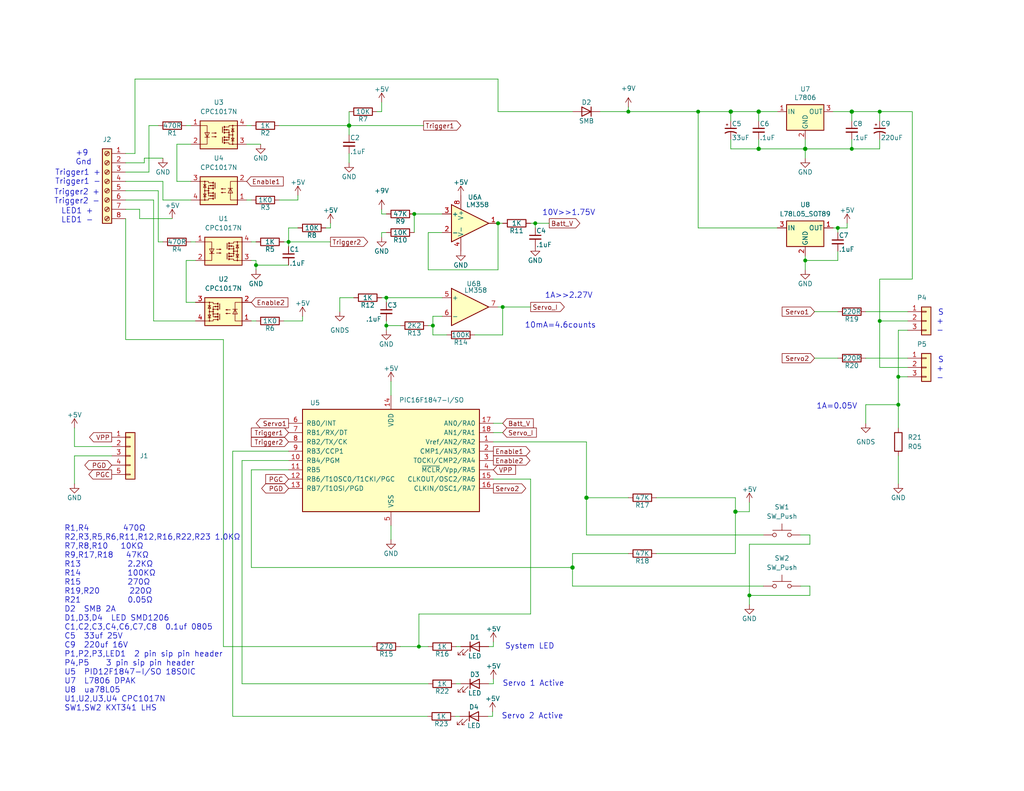
<source format=kicad_sch>
(kicad_sch (version 20250114) (generator "eeschema") (generator_version "9.0")
  (paper "A")
  (title_block (title "Rocket Servo 2") (date "2025-11-28") (rev "n/c") (company "DMFE") (comment 1 "Altimeter triggered servo (2 channel)"))
  (lib_symbols
    (symbol "Amplifier_Operational:LM358" (pin_names (offset 0.127))
      (property "Reference" "U" (at 0 5.08 0))
      (property "Value" "LM358" (at 0 -5.08 0))
      (symbol "LM358_1_1"
        (pin input line (at -7.62 2.54 0) (length 2.54) (name "+") (number "3"))
        (pin input line (at -7.62 -2.54 0) (length 2.54) (name "-") (number "2"))
        (pin output line (at 7.62 0 180) (length 2.54) (name "~") (number "1"))
      )
      (symbol "LM358_2_1"
        (pin input line (at -7.62 2.54 0) (length 2.54) (name "+") (number "5"))
        (pin input line (at -7.62 -2.54 0) (length 2.54) (name "-") (number "6"))
        (pin output line (at 7.62 0 180) (length 2.54) (name "~") (number "7"))
      )
      (symbol "LM358_3_1"
        (pin power_in line (at -2.54 7.62 270) (length 3.81) (name "V+") (number "8"))
        (pin power_in line (at -2.54 -7.62 90) (length 3.81) (name "V-") (number "4"))
      )
    )
    (symbol "Connector:Screw_Terminal_01x08" (pin_names (offset 1.016) (hide yes))
      (property "Reference" "J" (at 0 10.16 0))
      (property "Value" "Screw_Terminal_01x08" (at 0 -12.7 0))
      (symbol "Screw_Terminal_01x08_1_1"
        (pin passive line (at -5.08 7.62 0) (length 3.81) (name "Pin_1") (number "1"))
        (pin passive line (at -5.08 5.08 0) (length 3.81) (name "Pin_2") (number "2"))
        (pin passive line (at -5.08 2.54 0) (length 3.81) (name "Pin_3") (number "3"))
        (pin passive line (at -5.08 0 0) (length 3.81) (name "Pin_4") (number "4"))
        (pin passive line (at -5.08 -2.54 0) (length 3.81) (name "Pin_5") (number "5"))
        (pin passive line (at -5.08 -5.08 0) (length 3.81) (name "Pin_6") (number "6"))
        (pin passive line (at -5.08 -7.62 0) (length 3.81) (name "Pin_7") (number "7"))
        (pin passive line (at -5.08 -10.16 0) (length 3.81) (name "Pin_8") (number "8"))
      )
    )
    (symbol "Connector_Generic:Conn_01x03" (pin_names (offset 1.016) (hide yes))
      (property "Reference" "J" (at 0 5.08 0))
      (property "Value" "Conn_01x03" (at 0 -5.08 0))
      (symbol "Conn_01x03_1_1"
        (pin passive line (at -5.08 2.54 0) (length 3.81) (name "Pin_1") (number "1"))
        (pin passive line (at -5.08 0 0) (length 3.81) (name "Pin_2") (number "2"))
        (pin passive line (at -5.08 -2.54 0) (length 3.81) (name "Pin_3") (number "3"))
      )
    )
    (symbol "Connector_Generic:Conn_01x05" (pin_names (offset 1.016) (hide yes))
      (property "Reference" "J" (at 0 7.62 0))
      (property "Value" "Conn_01x05" (at 0 -7.62 0))
      (symbol "Conn_01x05_1_1"
        (pin passive line (at -5.08 5.08 0) (length 3.81) (name "Pin_1") (number "1"))
        (pin passive line (at -5.08 2.54 0) (length 3.81) (name "Pin_2") (number "2"))
        (pin passive line (at -5.08 0 0) (length 3.81) (name "Pin_3") (number "3"))
        (pin passive line (at -5.08 -2.54 0) (length 3.81) (name "Pin_4") (number "4"))
        (pin passive line (at -5.08 -5.08 0) (length 3.81) (name "Pin_5") (number "5"))
      )
    )
    (symbol "Device:CP1_Small" (pin_numbers (hide yes)) (pin_names (offset 0.254) (hide yes))
      (property "Reference" "C" (at 0.254 1.778 0))
      (property "Value" "CP1_Small" (at 0.254 -2.032 0))
      (symbol "CP1_Small_1_1"
        (pin passive line (at 0 2.54 270) (length 2.032) (name "~") (number "1"))
        (pin passive line (at 0 -2.54 90) (length 2.032) (name "~") (number "2"))
      )
    )
    (symbol "Device:C_Small" (pin_numbers (hide yes)) (pin_names (offset 0.254) (hide yes))
      (property "Reference" "C" (at 0.254 1.778 0))
      (property "Value" "C_Small" (at 0.254 -2.032 0))
      (symbol "C_Small_1_1"
        (pin passive line (at 0 2.54 270) (length 2.032) (name "~") (number "1"))
        (pin passive line (at 0 -2.54 90) (length 2.032) (name "~") (number "2"))
      )
    )
    (symbol "Device:D" (pin_numbers (hide yes)) (pin_names (offset 1.016) (hide yes))
      (property "Reference" "D" (at 0 2.54 0))
      (property "Value" "D" (at 0 -2.54 0))
      (symbol "D_1_1"
        (pin passive line (at -3.81 0 0) (length 2.54) (name "K") (number "1"))
        (pin passive line (at 3.81 0 180) (length 2.54) (name "A") (number "2"))
      )
    )
    (symbol "Device:LED" (pin_numbers (hide yes)) (pin_names (offset 1.016) (hide yes))
      (property "Reference" "D" (at 0 2.54 0))
      (property "Value" "LED" (at 0 -2.54 0))
      (symbol "LED_1_1"
        (pin passive line (at -3.81 0 0) (length 2.54) (name "K") (number "1"))
        (pin passive line (at 3.81 0 180) (length 2.54) (name "A") (number "2"))
      )
    )
    (symbol "Device:R" (pin_numbers (hide yes)) (pin_names (offset 0))
      (property "Reference" "R" (at 2.032 0 90))
      (property "Value" "R" (at 0 0 90))
      (symbol "R_1_1"
        (pin passive line (at 0 3.81 270) (length 1.27) (name "~") (number "1"))
        (pin passive line (at 0 -3.81 90) (length 1.27) (name "~") (number "2"))
      )
    )
    (symbol "MCU_Microchip_PIC16:PIC16F628A-IP" (pin_names (offset 1.016))
      (property "Reference" "U" (at -24.13 17.78 0))
      (property "Value" "PIC16F628A-IP" (at -24.13 15.24 0))
      (symbol "PIC16F628A-IP_1_1"
        (pin bidirectional line (at -27.94 10.16 0) (length 3.81) (name "RB0/INT") (number "6"))
        (pin bidirectional line (at -27.94 7.62 0) (length 3.81) (name "RB1/RX/DT") (number "7"))
        (pin bidirectional line (at -27.94 5.08 0) (length 3.81) (name "RB2/TX/CK") (number "8"))
        (pin bidirectional line (at -27.94 2.54 0) (length 3.81) (name "RB3/CCP1") (number "9"))
        (pin bidirectional line (at -27.94 0 0) (length 3.81) (name "RB4/PGM") (number "10"))
        (pin bidirectional line (at -27.94 -2.54 0) (length 3.81) (name "RB5") (number "11"))
        (pin bidirectional line (at -27.94 -5.08 0) (length 3.81) (name "RB6/T1OSC0/T1CKI/PGC") (number "12"))
        (pin bidirectional line (at -27.94 -7.62 0) (length 3.81) (name "RB7/T1OSI/PGD") (number "13"))
        (pin power_in line (at 0 17.78 270) (length 3.81) (name "VDD") (number "14"))
        (pin power_in line (at 0 -17.78 90) (length 3.81) (name "VSS") (number "5"))
        (pin bidirectional line (at 27.94 10.16 180) (length 3.81) (name "AN0/RA0") (number "17"))
        (pin bidirectional line (at 27.94 7.62 180) (length 3.81) (name "AN1/RA1") (number "18"))
        (pin bidirectional line (at 27.94 5.08 180) (length 3.81) (name "Vref/AN2/RA2") (number "1"))
        (pin bidirectional line (at 27.94 2.54 180) (length 3.81) (name "CMP1/AN3/RA3") (number "2"))
        (pin bidirectional line (at 27.94 0 180) (length 3.81) (name "TOCKI/CMP2/RA4") (number "3"))
        (pin input line (at 27.94 -2.54 180) (length 3.81) (name "~{MCLR}/Vpp/RA5") (number "4"))
        (pin bidirectional line (at 27.94 -5.08 180) (length 3.81) (name "CLKOUT/OSC2/RA6") (number "15"))
        (pin bidirectional line (at 27.94 -7.62 180) (length 3.81) (name "CLKIN/OSC1/RA7") (number "16"))
      )
    )
    (symbol "Regulator_Linear:L7805" (pin_names (offset 0.254))
      (property "Reference" "U" (at -3.81 3.175 0))
      (property "Value" "L7805" (at 0 3.175 0))
      (symbol "L7805_1_1"
        (pin power_in line (at -7.62 0 0) (length 2.54) (name "IN") (number "1"))
        (pin power_in line (at 0 -7.62 90) (length 2.54) (name "GND") (number "2"))
        (pin power_out line (at 7.62 0 180) (length 2.54) (name "OUT") (number "3"))
      )
    )
    (symbol "Regulator_Linear:L78L05_SOT89" (pin_names (offset 0.254))
      (property "Reference" "U" (at -3.81 3.175 0))
      (property "Value" "L78L05_SOT89" (at -0.635 3.175 0))
      (symbol "L78L05_SOT89_1_1"
        (pin power_in line (at -7.62 0 0) (length 2.54) (name "IN") (number "3"))
        (pin power_in line (at 0 -7.62 90) (length 2.54) (name "GND") (number "2"))
        (pin power_out line (at 7.62 0 180) (length 2.54) (name "OUT") (number "1"))
      )
    )
    (symbol "Relay_SolidState:CPC1017N"
      (property "Reference" "U" (at -5.08 5.08 0))
      (property "Value" "CPC1017N" (at 0 5.08 0))
      (symbol "CPC1017N_1_1"
        (pin passive line (at -7.62 2.54 0) (length 2.54) (name "~") (number "1"))
        (pin passive line (at -7.62 -2.54 0) (length 2.54) (name "~") (number "2"))
        (pin passive line (at 7.62 2.54 180) (length 2.54) (name "~") (number "4"))
        (pin passive line (at 7.62 -2.54 180) (length 2.54) (name "~") (number "3"))
      )
    )
    (symbol "Switch:SW_Push" (pin_numbers (hide yes)) (pin_names (offset 1.016) (hide yes))
      (property "Reference" "SW" (at 1.27 2.54 0))
      (property "Value" "SW_Push" (at 0 -1.524 0))
      (symbol "SW_Push_0_1"
        (pin passive line (at -5.08 0 0) (length 2.54) (name "1") (number "1"))
        (pin passive line (at 5.08 0 180) (length 2.54) (name "2") (number "2"))
      )
    )
    (symbol "power:+5V" (power) (pin_names (offset 0))
      (property "Value" "+5V" (at 0 3.556 0))
      (symbol "+5V_1_1"
        (pin power_in line (at 0 0 90) (length 0) (hide yes) (name "+5V") (number "1"))
      )
    )
    (symbol "power:+9V" (power) (pin_numbers (hide yes)) (pin_names (offset 0) (hide yes))
      (property "Value" "+9V" (at 0 3.556 0))
      (symbol "+9V_1_1"
        (pin power_in line (at 0 0 90) (length 0) (name "~") (number "1"))
      )
    )
    (symbol "power:GND" (power) (pin_names (offset 0))
      (property "Value" "GND" (at 0 -3.81 0))
      (symbol "GND_1_1"
        (pin power_in line (at 0 0 270) (length 0) (hide yes) (name "GND") (number "1"))
      )
    )
    (symbol "power:GNDS" (power) (pin_numbers (hide yes)) (pin_names (offset 0) (hide yes))
      (property "Value" "GNDS" (at 0 -3.81 0))
      (symbol "GNDS_1_1"
        (pin power_in line (at 0 0 270) (length 0) (name "~") (number "1"))
      )
    )
  )
  (text "+9\nGnd" (at 20.574 45.212 0) (effects (font (size 1.524 1.524)) (justify left bottom)))
  (text "R1,R4        470Ω\nR2,R3,R5,R6,R11,R12,R16,R22,R23 1.0KΩ\nR7,R8,R10   10KΩ\nR9,R17,R18   47KΩ\nR13           2.2KΩ\nR14           100KΩ\nR15           270Ω\nR19,R20       220Ω\nR21           0.05Ω\nD2  SMB 2A\nD1,D3,D4  LED SMD1206\nC1,C2,C3,C4,C6,C7,C8  0.1uf 0805\nC5  33uf 25V\nC9  220uf 16V\nP1,P2,P3,LED1  2 pin sip pin header\nP4,P5    3 pin sip pin header\nU5  PID12F1847-I/SO 18SOIC\nU7  L7806 DPAK\nU8  ua78L05\nU1,U2,U3,U4 CPC1017N \nSW1,SW2 KXT341 LHS\n" (at 17.526 194.31 0) (effects (font (size 1.524 1.524)) (justify left bottom)))
  (text "S\n+\n-" (at 257.556 104.14 0) (effects (font (size 1.524 1.524)) (justify right bottom)))
  (text "1A>>2.27V" (at 155.194 80.772 0) (effects (font (size 1.524 1.524))))
  (text "Servo 2 Active" (at 145.288 195.58 0) (effects (font (size 1.524 1.524))))
  (text "1A=0.05V" (at 228.346 110.998 0) (effects (font (size 1.524 1.524))))
  (text "10V>>1.75V" (at 155.194 58.166 0) (effects (font (size 1.524 1.524))))
  (text "S\n+\n-" (at 257.556 91.186 0) (effects (font (size 1.524 1.524)) (justify right bottom)))
  (text "LED1 +\nLED1 -" (at 21.082 58.928 0) (effects (font (size 1.524 1.524))))
  (text "Trigger1 +\nTrigger1 -" (at 14.986 50.546 0) (effects (font (size 1.524 1.524)) (justify left bottom)))
  (text "Servo 1 Active" (at 145.542 186.69 0) (effects (font (size 1.524 1.524))))
  (text "10mA=4.6counts" (at 152.908 88.9 0) (effects (font (size 1.524 1.524))))
  (text "System LED" (at 144.526 176.53 0) (effects (font (size 1.524 1.524))))
  (text "Trigger2 +\nTrigger2 -" (at 14.732 55.88 0) (effects (font (size 1.524 1.524)) (justify left bottom)))
  (junction (at 204.47 162.56))
  (junction (at 190.5 30.48))
  (junction (at 245.11 110.49))
  (junction (at 78.74 66.04))
  (junction (at 114.3 176.53))
  (junction (at 113.03 58.42))
  (junction (at 245.11 102.87))
  (junction (at 207.01 30.48) (diameter 1.016))
  (junction (at 160.02 135.89) (diameter 1.016))
  (junction (at 219.71 71.12))
  (junction (at 135.89 60.96))
  (junction (at 146.05 60.96))
  (junction (at 200.66 139.7) (diameter 1.016))
  (junction (at 232.41 30.48) (diameter 1.016))
  (junction (at 137.16 83.82))
  (junction (at 232.41 40.64))
  (junction (at 95.25 34.29) (diameter 1.016))
  (junction (at 118.11 88.9))
  (junction (at 240.03 30.48))
  (junction (at 199.39 30.48) (diameter 1.016))
  (junction (at 69.85 72.39))
  (junction (at 207.01 40.64) (diameter 1.016))
  (junction (at 219.71 40.64) (diameter 1.016))
  (junction (at 105.41 88.9))
  (junction (at 228.6 62.23))
  (junction (at 156.21 154.94) (diameter 1.016))
  (junction (at 240.03 87.63))
  (junction (at 171.45 30.48))
  (junction (at 105.41 81.28))
  (wire (pts (xy 36.83 41.91) (xy 34.29 41.91)))
  (wire (pts (xy 207.01 40.64) (xy 219.71 40.64)))
  (wire (pts (xy 68.58 66.04) (xy 69.85 66.04)))
  (wire (pts (xy 78.74 66.04) (xy 78.74 67.31)))
  (wire (pts (xy 78.74 66.04) (xy 90.17 66.04)))
  (wire (pts (xy 39.37 43.18) (xy 39.37 44.45)))
  (wire (pts (xy 179.07 151.13) (xy 200.66 151.13)))
  (wire (pts (xy 204.47 162.56) (xy 220.98 162.56)))
  (wire (pts (xy 76.2 34.29) (xy 95.25 34.29)))
  (wire (pts (xy 104.14 57.15) (xy 104.14 58.42)))
  (wire (pts (xy 222.25 85.09) (xy 228.6 85.09)))
  (wire (pts (xy 68.58 71.12) (xy 69.85 71.12)))
  (wire (pts (xy 104.14 63.5) (xy 105.41 63.5)))
  (wire (pts (xy 134.3964 195.58) (xy 134.3964 194.31)))
  (wire (pts (xy 50.8 82.55) (xy 50.8 71.12)))
  (wire (pts (xy 228.6 62.23) (xy 228.6 63.5)))
  (wire (pts (xy 220.98 146.05) (xy 218.44 146.05)))
  (wire (pts (xy 48.26 39.37) (xy 52.07 39.37)))
  (wire (pts (xy 40.64 46.99) (xy 34.29 46.99)))
  (wire (pts (xy 118.11 86.36) (xy 120.65 86.36)))
  (wire (pts (xy 124.2364 195.58) (xy 125.5064 195.58)))
  (wire (pts (xy 95.25 34.29) (xy 95.25 36.83)))
  (wire (pts (xy 38.1 59.69) (xy 38.1 57.15)))
  (wire (pts (xy 137.16 83.82) (xy 137.16 91.44)))
  (wire (pts (xy 52.07 54.61) (xy 44.45 54.61)))
  (wire (pts (xy 190.5 62.23) (xy 190.5 30.48)))
  (wire (pts (xy 116.84 73.66) (xy 135.89 73.66)))
  (wire (pts (xy 60.96 176.53) (xy 101.6 176.53)))
  (wire (pts (xy 20.32 121.92) (xy 20.32 116.84)))
  (wire (pts (xy 44.45 43.18) (xy 39.37 43.18)))
  (wire (pts (xy 245.11 102.87) (xy 245.11 110.49)))
  (wire (pts (xy 68.58 154.94) (xy 156.21 154.94)))
  (wire (pts (xy 78.74 128.27) (xy 68.58 128.27)))
  (wire (pts (xy 228.6 68.58) (xy 228.6 71.12)))
  (wire (pts (xy 124.46 186.69) (xy 125.73 186.69)))
  (wire (pts (xy 219.71 40.64) (xy 232.41 40.64)))
  (wire (pts (xy 60.96 92.71) (xy 34.29 92.71)))
  (wire (pts (xy 137.16 91.44) (xy 129.54 91.44)))
  (wire (pts (xy 171.45 30.48) (xy 190.5 30.48)))
  (wire (pts (xy 133.1264 195.58) (xy 134.3964 195.58)))
  (wire (pts (xy 236.22 115.57) (xy 236.22 110.49)))
  (wire (pts (xy 120.65 63.5) (xy 116.84 63.5)))
  (wire (pts (xy 204.47 148.59) (xy 220.98 148.59)))
  (wire (pts (xy 20.32 124.46) (xy 20.32 132.08)))
  (wire (pts (xy 222.25 97.79) (xy 228.6 97.79)))
  (wire (pts (xy 200.66 139.7) (xy 200.66 151.13)))
  (wire (pts (xy 66.04 186.69) (xy 66.04 125.73)))
  (wire (pts (xy 228.6 62.23) (xy 231.14 62.23)))
  (wire (pts (xy 104.14 30.48) (xy 102.87 30.48)))
  (wire (pts (xy 144.78 130.81) (xy 144.78 167.64)))
  (wire (pts (xy 160.02 135.89) (xy 160.02 146.05)))
  (wire (pts (xy 40.64 34.29) (xy 40.64 46.99)))
  (wire (pts (xy 77.47 87.63) (xy 82.55 87.63)))
  (wire (pts (xy 163.83 30.48) (xy 171.45 30.48)))
  (wire (pts (xy 232.41 33.02) (xy 232.41 30.48)))
  (wire (pts (xy 118.11 91.44) (xy 118.11 88.9)))
  (wire (pts (xy 232.41 30.48) (xy 240.03 30.48)))
  (wire (pts (xy 105.41 81.28) (xy 120.65 81.28)))
  (wire (pts (xy 204.47 139.7) (xy 204.47 137.16)))
  (wire (pts (xy 48.26 49.53) (xy 48.26 39.37)))
  (wire (pts (xy 240.03 100.33) (xy 247.65 100.33)))
  (wire (pts (xy 134.62 118.11) (xy 137.16 118.11)))
  (wire (pts (xy 118.11 88.9) (xy 118.11 86.36)))
  (wire (pts (xy 160.02 120.65) (xy 160.02 135.89)))
  (wire (pts (xy 114.3 176.53) (xy 116.84 176.53)))
  (wire (pts (xy 115.57 34.29) (xy 95.25 34.29)))
  (wire (pts (xy 39.37 44.45) (xy 34.29 44.45)))
  (wire (pts (xy 41.91 54.61) (xy 34.29 54.61)))
  (wire (pts (xy 106.68 104.14) (xy 106.68 107.95)))
  (wire (pts (xy 81.28 62.23) (xy 78.74 62.23)))
  (wire (pts (xy 34.29 92.71) (xy 34.29 59.69)))
  (wire (pts (xy 171.45 29.21) (xy 171.45 30.48)))
  (wire (pts (xy 134.62 130.81) (xy 144.78 130.81)))
  (wire (pts (xy 227.33 30.48) (xy 232.41 30.48)))
  (wire (pts (xy 236.22 110.49) (xy 245.11 110.49)))
  (wire (pts (xy 105.41 88.9) (xy 109.22 88.9)))
  (wire (pts (xy 38.1 57.15) (xy 34.29 57.15)))
  (wire (pts (xy 104.14 27.94) (xy 104.14 30.48)))
  (wire (pts (xy 240.03 87.63) (xy 247.65 87.63)))
  (wire (pts (xy 43.18 52.07) (xy 34.29 52.07)))
  (wire (pts (xy 248.92 30.48) (xy 248.92 76.2)))
  (wire (pts (xy 92.71 85.09) (xy 92.71 81.28)))
  (wire (pts (xy 133.35 186.69) (xy 134.62 186.69)))
  (wire (pts (xy 135.89 30.48) (xy 156.21 30.48)))
  (wire (pts (xy 36.83 21.59) (xy 36.83 41.91)))
  (wire (pts (xy 135.89 83.82) (xy 137.16 83.82)))
  (wire (pts (xy 124.46 176.53) (xy 125.73 176.53)))
  (wire (pts (xy 134.62 176.53) (xy 134.62 175.26)))
  (wire (pts (xy 212.09 62.23) (xy 190.5 62.23)))
  (wire (pts (xy 116.84 88.9) (xy 118.11 88.9)))
  (wire (pts (xy 46.99 59.69) (xy 38.1 59.69)))
  (wire (pts (xy 63.5 195.58) (xy 63.5 123.19)))
  (wire (pts (xy 43.18 66.04) (xy 43.18 52.07)))
  (wire (pts (xy 67.31 34.29) (xy 68.58 34.29)))
  (wire (pts (xy 245.11 124.46) (xy 245.11 132.08)))
  (wire (pts (xy 76.2 54.61) (xy 81.28 54.61)))
  (wire (pts (xy 116.6164 195.58) (xy 63.5 195.58)))
  (wire (pts (xy 156.21 154.94) (xy 156.21 160.02)))
  (wire (pts (xy 43.18 34.29) (xy 40.64 34.29)))
  (wire (pts (xy 219.71 69.85) (xy 219.71 71.12)))
  (wire (pts (xy 236.22 85.09) (xy 247.65 85.09)))
  (wire (pts (xy 219.71 40.64) (xy 219.71 43.18)))
  (wire (pts (xy 30.48 124.46) (xy 20.32 124.46)))
  (wire (pts (xy 69.85 71.12) (xy 69.85 72.39)))
  (wire (pts (xy 200.66 135.89) (xy 200.66 139.7)))
  (wire (pts (xy 245.11 102.87) (xy 247.65 102.87)))
  (wire (pts (xy 60.96 176.53) (xy 60.96 92.71)))
  (wire (pts (xy 219.71 71.12) (xy 219.71 73.66)))
  (wire (pts (xy 44.45 49.53) (xy 44.45 54.61)))
  (wire (pts (xy 199.39 38.1) (xy 199.39 40.64)))
  (wire (pts (xy 116.84 63.5) (xy 116.84 73.66)))
  (wire (pts (xy 68.58 128.27) (xy 68.58 154.94)))
  (wire (pts (xy 248.92 76.2) (xy 240.03 76.2)))
  (wire (pts (xy 104.14 58.42) (xy 105.41 58.42)))
  (wire (pts (xy 105.41 81.28) (xy 105.41 82.55)))
  (wire (pts (xy 199.39 33.02) (xy 199.39 30.48)))
  (wire (pts (xy 146.05 60.96) (xy 146.05 62.23)))
  (wire (pts (xy 160.02 135.89) (xy 171.45 135.89)))
  (wire (pts (xy 121.92 91.44) (xy 118.11 91.44)))
  (wire (pts (xy 52.07 49.53) (xy 48.26 49.53)))
  (wire (pts (xy 92.71 81.28) (xy 96.52 81.28)))
  (wire (pts (xy 190.5 30.48) (xy 199.39 30.48)))
  (wire (pts (xy 219.71 38.1) (xy 219.71 40.64)))
  (wire (pts (xy 95.25 44.45) (xy 95.25 41.91)))
  (wire (pts (xy 156.21 151.13) (xy 171.45 151.13)))
  (wire (pts (xy 66.04 125.73) (xy 78.74 125.73)))
  (wire (pts (xy 245.11 90.17) (xy 247.65 90.17)))
  (wire (pts (xy 81.28 53.34) (xy 81.28 54.61)))
  (wire (pts (xy 135.89 30.48) (xy 135.89 21.59)))
  (wire (pts (xy 133.35 176.53) (xy 134.62 176.53)))
  (wire (pts (xy 67.31 39.37) (xy 71.12 39.37)))
  (wire (pts (xy 77.47 66.04) (xy 78.74 66.04)))
  (wire (pts (xy 30.48 121.92) (xy 20.32 121.92)))
  (wire (pts (xy 207.01 33.02) (xy 207.01 30.48)))
  (wire (pts (xy 232.41 40.64) (xy 240.03 40.64)))
  (wire (pts (xy 220.98 148.59) (xy 220.98 146.05)))
  (wire (pts (xy 236.22 97.79) (xy 247.65 97.79)))
  (wire (pts (xy 113.03 58.42) (xy 120.65 58.42)))
  (wire (pts (xy 50.8 71.12) (xy 53.34 71.12)))
  (wire (pts (xy 67.31 54.61) (xy 68.58 54.61)))
  (wire (pts (xy 199.39 30.48) (xy 207.01 30.48)))
  (wire (pts (xy 146.05 60.96) (xy 149.86 60.96)))
  (wire (pts (xy 200.66 135.89) (xy 179.07 135.89)))
  (wire (pts (xy 204.47 148.59) (xy 204.47 162.56)))
  (wire (pts (xy 160.02 146.05) (xy 208.28 146.05)))
  (wire (pts (xy 69.85 72.39) (xy 78.74 72.39)))
  (wire (pts (xy 204.47 162.56) (xy 204.47 165.1)))
  (wire (pts (xy 134.62 120.65) (xy 160.02 120.65)))
  (wire (pts (xy 105.41 87.63) (xy 105.41 88.9)))
  (wire (pts (xy 43.18 66.04) (xy 44.45 66.04)))
  (wire (pts (xy 95.25 34.29) (xy 95.25 30.48)))
  (wire (pts (xy 231.14 62.23) (xy 231.14 60.96)))
  (wire (pts (xy 114.3 167.64) (xy 114.3 176.53)))
  (wire (pts (xy 245.11 110.49) (xy 245.11 116.84)))
  (wire (pts (xy 156.21 151.13) (xy 156.21 154.94)))
  (wire (pts (xy 137.16 83.82) (xy 144.78 83.82)))
  (wire (pts (xy 134.62 186.69) (xy 134.62 185.42)))
  (wire (pts (xy 144.78 60.96) (xy 146.05 60.96)))
  (wire (pts (xy 90.17 62.23) (xy 90.17 60.96)))
  (wire (pts (xy 240.03 76.2) (xy 240.03 87.63)))
  (wire (pts (xy 34.29 49.53) (xy 44.45 49.53)))
  (wire (pts (xy 104.14 81.28) (xy 105.41 81.28)))
  (wire (pts (xy 109.22 176.53) (xy 114.3 176.53)))
  (wire (pts (xy 207.01 38.1) (xy 207.01 40.64)))
  (wire (pts (xy 41.91 87.63) (xy 53.34 87.63)))
  (wire (pts (xy 220.98 162.56) (xy 220.98 160.02)))
  (wire (pts (xy 52.07 66.04) (xy 53.34 66.04)))
  (wire (pts (xy 68.58 87.63) (xy 69.85 87.63)))
  (wire (pts (xy 240.03 30.48) (xy 248.92 30.48)))
  (wire (pts (xy 69.85 72.39) (xy 69.85 73.66)))
  (wire (pts (xy 105.41 88.9) (xy 105.41 90.17)))
  (wire (pts (xy 207.01 30.48) (xy 212.09 30.48)))
  (wire (pts (xy 220.98 160.02) (xy 218.44 160.02)))
  (wire (pts (xy 135.89 73.66) (xy 135.89 60.96)))
  (wire (pts (xy 240.03 38.1) (xy 240.03 40.64)))
  (wire (pts (xy 88.9 62.23) (xy 90.17 62.23)))
  (wire (pts (xy 104.14 64.77) (xy 104.14 63.5)))
  (wire (pts (xy 135.89 60.96) (xy 137.16 60.96)))
  (wire (pts (xy 156.21 160.02) (xy 208.28 160.02)))
  (wire (pts (xy 78.74 62.23) (xy 78.74 66.04)))
  (wire (pts (xy 63.5 123.19) (xy 78.74 123.19)))
  (wire (pts (xy 200.66 139.7) (xy 204.47 139.7)))
  (wire (pts (xy 113.03 58.42) (xy 113.03 63.5)))
  (wire (pts (xy 82.55 87.63) (xy 82.55 86.36)))
  (wire (pts (xy 53.34 82.55) (xy 50.8 82.55)))
  (wire (pts (xy 240.03 87.63) (xy 240.03 100.33)))
  (wire (pts (xy 50.8 34.29) (xy 52.07 34.29)))
  (wire (pts (xy 41.91 87.63) (xy 41.91 54.61)))
  (wire (pts (xy 135.89 21.59) (xy 36.83 21.59)))
  (wire (pts (xy 66.04 186.69) (xy 116.84 186.69)))
  (wire (pts (xy 232.41 38.1) (xy 232.41 40.64)))
  (wire (pts (xy 228.6 71.12) (xy 219.71 71.12)))
  (wire (pts (xy 106.68 143.51) (xy 106.68 147.32)))
  (wire (pts (xy 134.62 115.57) (xy 137.16 115.57)))
  (wire (pts (xy 227.33 62.23) (xy 228.6 62.23)))
  (wire (pts (xy 199.39 40.64) (xy 207.01 40.64)))
  (wire (pts (xy 240.03 30.48) (xy 240.03 33.02)))
  (wire (pts (xy 245.11 102.87) (xy 245.11 90.17)))
  (wire (pts (xy 144.78 167.64) (xy 114.3 167.64)))
  (global_label "PGC" (shape input) (at 78.74 130.81 180) (property "Intersheetrefs" "${INTERSHEET_REFS}" (effects (hide yes))))
  (global_label "Trigger2" (shape output) (at 90.17 66.04 0) (property "Intersheetrefs" "${INTERSHEET_REFS}" (effects (hide yes))))
  (global_label "Batt_V" (shape input) (at 137.16 115.57 0) (property "Intersheetrefs" "${INTERSHEET_REFS}" (effects (hide yes))))
  (global_label "Enable2" (shape output) (at 134.62 125.73 0) (property "Intersheetrefs" "${INTERSHEET_REFS}" (effects (hide yes))))
  (global_label "Servo1" (shape input) (at 222.25 85.09 180) (property "Intersheetrefs" "${INTERSHEET_REFS}" (effects (hide yes))))
  (global_label "Servo_I" (shape output) (at 144.78 83.82 0) (property "Intersheetrefs" "${INTERSHEET_REFS}" (effects (hide yes))))
  (global_label "PGD" (shape bidirectional) (at 30.48 127 180) (property "Intersheetrefs" "${INTERSHEET_REFS}" (effects (hide yes))))
  (global_label "Enable1" (shape input) (at 67.31 49.53 0) (property "Intersheetrefs" "${INTERSHEET_REFS}" (effects (hide yes))))
  (global_label "Servo_I" (shape input) (at 137.16 118.11 0) (property "Intersheetrefs" "${INTERSHEET_REFS}" (effects (hide yes))))
  (global_label "Enable1" (shape output) (at 134.62 123.19 0) (property "Intersheetrefs" "${INTERSHEET_REFS}" (effects (hide yes))))
  (global_label "Servo2" (shape output) (at 134.62 133.35 0) (property "Intersheetrefs" "${INTERSHEET_REFS}" (effects (hide yes))))
  (global_label "Batt_V" (shape output) (at 149.86 60.96 0) (property "Intersheetrefs" "${INTERSHEET_REFS}" (effects (hide yes))))
  (global_label "Trigger1" (shape output) (at 115.57 34.29 0) (property "Intersheetrefs" "${INTERSHEET_REFS}" (effects (hide yes))))
  (global_label "VPP" (shape output) (at 30.48 119.38 180) (property "Intersheetrefs" "${INTERSHEET_REFS}" (effects (hide yes))))
  (global_label "Enable2" (shape input) (at 68.58 82.55 0) (property "Intersheetrefs" "${INTERSHEET_REFS}" (effects (hide yes))))
  (global_label "Trigger1" (shape input) (at 78.74 118.11 180) (property "Intersheetrefs" "${INTERSHEET_REFS}" (effects (hide yes))))
  (global_label "Servo1" (shape output) (at 78.74 115.57 180) (property "Intersheetrefs" "${INTERSHEET_REFS}" (effects (hide yes))))
  (global_label "PGD" (shape bidirectional) (at 78.74 133.35 180) (property "Intersheetrefs" "${INTERSHEET_REFS}" (effects (hide yes))))
  (global_label "PGC" (shape output) (at 30.48 129.54 180) (property "Intersheetrefs" "${INTERSHEET_REFS}" (effects (hide yes))))
  (global_label "VPP" (shape input) (at 134.62 128.27 0) (property "Intersheetrefs" "${INTERSHEET_REFS}" (effects (hide yes))))
  (global_label "Trigger2" (shape input) (at 78.74 120.65 180) (property "Intersheetrefs" "${INTERSHEET_REFS}" (effects (hide yes))))
  (global_label "Servo2" (shape input) (at 222.25 97.79 180) (property "Intersheetrefs" "${INTERSHEET_REFS}" (effects (hide yes))))
  (symbol (lib_id "Device:D") (at 160.02 30.48 0) (mirror y) (unit 1)
    (property "Reference" "D2" (at 160.02 27.94 0))
    (property "Value" "SMB" (at 160.02 33.02 0))
    (property "Footprint" "Diode_SMD:D_SMA" (effects (hide yes)))
  )
  (symbol (lib_id "Device:CP1_Small") (at 199.39 35.56 0) (unit 1)
    (property "Reference" "C5" (at 199.644 33.782 0) (effects (justify left)))
    (property "Value" "33uF" (at 199.644 37.592 0) (effects (justify left)))
    (property "Footprint" "Capacitor_THT:CP_Radial_D5.0mm_P2.00mm" (effects (hide yes)))
  )
  (symbol (lib_id "Device:C_Small") (at 232.41 35.56 0) (unit 1)
    (property "Reference" "C8" (at 232.664 33.782 0) (effects (justify left)))
    (property "Value" ".1uF" (at 232.664 37.592 0) (effects (justify left)))
    (property "Footprint" "Capacitor_SMD:C_0805_2012Metric_Pad1.18x1.45mm_HandSolder" (effects (hide yes)))
  )
  (symbol (lib_id "Device:C_Small") (at 228.6 66.04 0) (unit 1)
    (property "Reference" "C7" (at 228.854 64.262 0) (effects (justify left)))
    (property "Value" ".1uF" (at 228.854 68.072 0) (effects (justify left)))
    (property "Footprint" "Capacitor_SMD:C_0805_2012Metric_Pad1.18x1.45mm_HandSolder" (effects (hide yes)))
  )
  (symbol (lib_id "power:GND") (at 219.71 43.18 0) (unit 1)
    (property "Reference" "#PWR025" (effects (hide yes)))
    (property "Value" "GND" (at 219.71 46.99 0))
  )
  (symbol (lib_id "power:GND") (at 245.11 132.08 0) (unit 1)
    (property "Reference" "#PWR029" (effects (hide yes)))
    (property "Value" "GND" (at 245.11 135.89 0))
  )
  (symbol (lib_id "Device:R") (at 232.41 85.09 270) (unit 1)
    (property "Reference" "R19" (at 232.41 87.122 90))
    (property "Value" "220R" (at 232.41 85.09 90))
    (property "Footprint" "Resistor_SMD:R_0805_2012Metric_Pad1.20x1.40mm_HandSolder" (effects (hide yes)))
  )
  (symbol (lib_id "power:+5V") (at 106.68 104.14 0) (unit 1)
    (property "Reference" "#PWR015" (effects (hide yes)))
    (property "Value" "+5V" (at 106.68 100.584 0))
  )
  (symbol (lib_id "power:GND") (at 106.68 147.32 0) (unit 1)
    (property "Reference" "#PWR016" (effects (hide yes)))
    (property "Value" "GND" (at 106.68 151.13 0))
  )
  (symbol (lib_id "Device:R") (at 72.39 34.29 270) (unit 1)
    (property "Reference" "R2" (at 72.39 36.322 90))
    (property "Value" "1K" (at 72.39 34.29 90))
    (property "Footprint" "Resistor_SMD:R_0805_2012Metric_Pad1.20x1.40mm_HandSolder" (effects (hide yes)))
  )
  (symbol (lib_id "Device:R") (at 99.06 30.48 270) (unit 1)
    (property "Reference" "R7" (at 99.06 32.512 90))
    (property "Value" "10K" (at 99.06 30.48 90))
    (property "Footprint" "Resistor_SMD:R_0805_2012Metric_Pad1.20x1.40mm_HandSolder" (effects (hide yes)))
  )
  (symbol (lib_id "Device:C_Small") (at 95.25 39.37 0) (unit 1)
    (property "Reference" "C2" (at 95.504 37.592 0) (effects (justify left)))
    (property "Value" ".1uF" (at 95.504 41.402 0) (effects (justify left)))
    (property "Footprint" "Capacitor_SMD:C_0805_2012Metric_Pad1.18x1.45mm_HandSolder" (effects (hide yes)))
  )
  (symbol (lib_id "power:+5V") (at 104.14 27.94 0) (unit 1)
    (property "Reference" "#PWR011" (effects (hide yes)))
    (property "Value" "+5V" (at 104.14 24.384 0))
  )
  (symbol (lib_id "power:GND") (at 95.25 44.45 0) (unit 1)
    (property "Reference" "#PWR09" (effects (hide yes)))
    (property "Value" "GND" (at 95.25 48.26 0))
  )
  (symbol (lib_id "power:+5V") (at 204.47 137.16 0) (unit 1)
    (property "Reference" "#PWR023" (effects (hide yes)))
    (property "Value" "+5V" (at 204.47 133.604 0))
  )
  (symbol (lib_id "Device:R") (at 175.26 135.89 270) (unit 1)
    (property "Reference" "R17" (at 175.26 137.922 90))
    (property "Value" "47K" (at 175.26 135.89 90))
    (property "Footprint" "Resistor_SMD:R_0805_2012Metric_Pad1.20x1.40mm_HandSolder" (effects (hide yes)))
  )
  (symbol (lib_id "Device:R") (at 175.26 151.13 270) (unit 1)
    (property "Reference" "R18" (at 175.26 153.162 90))
    (property "Value" "47K" (at 175.26 151.13 90))
    (property "Footprint" "Resistor_SMD:R_0805_2012Metric_Pad1.20x1.40mm_HandSolder" (effects (hide yes)))
  )
  (symbol (lib_id "power:GND") (at 204.47 165.1 0) (unit 1)
    (property "Reference" "#PWR024" (effects (hide yes)))
    (property "Value" "GND" (at 204.47 168.91 0))
  )
  (symbol (lib_id "Connector_Generic:Conn_01x03") (at 252.73 87.63 0) (unit 1)
    (property "Reference" "P4" (at 250.19 81.28 0) (effects (justify left)))
    (property "Value" "Conn_01x03" (effects (hide yes)))
    (property "Footprint" "Connector_PinHeader_2.54mm:PinHeader_1x03_P2.54mm_Vertical" (effects (hide yes)))
  )
  (symbol (lib_id "Regulator_Linear:L7805") (at 219.71 30.48 0) (unit 1)
    (property "Reference" "U7" (at 219.71 24.3332 0))
    (property "Value" "L7806" (at 219.71 26.6446 0))
    (property "Footprint" "Package_TO_SOT_SMD:TO-263-2" (effects (hide yes)))
    (property "Datasheet" "http://www.st.com/content/ccc/resource/technical/document/datasheet/41/4f/b3/b0/12/d4/47/88/CD00000444.pdf/files/CD00000444.pdf/jcr:content/translations/en.CD00000444.pdf" (effects (hide yes)))
  )
  (symbol (lib_id "Device:CP1_Small") (at 240.03 35.56 0) (unit 1)
    (property "Reference" "C9" (at 240.284 33.782 0) (effects (justify left)))
    (property "Value" "220uF" (at 240.284 37.592 0) (effects (justify left)))
    (property "Footprint" "Capacitor_THT:CP_Radial_D6.3mm_P2.50mm" (effects (hide yes)))
  )
  (symbol (lib_id "Device:C_Small") (at 207.01 35.56 0) (unit 1)
    (property "Reference" "C6" (at 207.264 33.782 0) (effects (justify left)))
    (property "Value" ".1uF" (at 207.264 37.592 0) (effects (justify left)))
    (property "Footprint" "Capacitor_SMD:C_0805_2012Metric_Pad1.18x1.45mm_HandSolder" (effects (hide yes)))
  )
  (symbol (lib_id "power:GND") (at 71.12 39.37 0) (unit 1)
    (property "Reference" "#PWR04" (effects (hide yes)))
    (property "Value" "GND" (at 71.12 43.18 0))
  )
  (symbol (lib_id "power:GND") (at 105.41 90.17 0) (unit 1)
    (property "Reference" "#PWR014" (effects (hide yes)))
    (property "Value" "GND" (at 105.41 93.98 0))
  )
  (symbol (lib_id "Device:C_Small") (at 146.05 64.77 0) (unit 1)
    (property "Reference" "C4" (at 146.304 62.992 0) (effects (justify left)))
    (property "Value" ".1uF" (at 146.304 66.802 0) (effects (justify left)))
    (property "Footprint" "Capacitor_SMD:C_0805_2012Metric_Pad1.18x1.45mm_HandSolder" (effects (hide yes)))
  )
  (symbol (lib_id "Device:R") (at 105.41 176.53 270) (unit 1)
    (property "Reference" "R15" (at 105.41 178.562 90))
    (property "Value" "270" (at 105.41 176.53 90))
    (property "Footprint" "Resistor_SMD:R_0805_2012Metric_Pad1.20x1.40mm_HandSolder" (effects (hide yes)))
  )
  (symbol (lib_id "Device:R") (at 109.22 63.5 270) (unit 1)
    (property "Reference" "R10" (at 109.22 65.532 90))
    (property "Value" "10K" (at 109.22 63.5 90))
    (property "Footprint" "Resistor_SMD:R_0805_2012Metric_Pad1.20x1.40mm_HandSolder" (effects (hide yes)))
  )
  (symbol (lib_id "Relay_SolidState:CPC1017N") (at 59.69 52.07 180) (unit 1)
    (property "Reference" "U4" (at 59.69 43.18 0))
    (property "Value" "CPC1017N" (at 59.69 45.72 0))
    (property "Footprint" "Package_SO:SOP-4_3.8x4.1mm_P2.54mm" (effects (hide yes)))
    (property "Datasheet" "http://www.ixysic.com/home/pdfs.nsf/www/CPC1017N.pdf/$file/CPC1017N.pdf" (effects (hide yes)))
    (property "Description" "Form A, Solid State Relay (Photo MOSFET) 60V, 0.1A, 16Ohm, SO-4" (effects (hide yes)))
  )
  (symbol (lib_id "Connector_Generic:Conn_01x05") (at 35.56 124.46 0) (unit 1)
    (property "Reference" "J1" (at 38.1 124.4599 0) (effects (justify left)))
    (property "Value" "Conn_01x05" (effects (hide yes)))
    (property "Footprint" "Connector_PinHeader_2.54mm:PinHeader_1x05_P2.54mm_Vertical" (effects (hide yes)))
    (property "Description" "Generic connector, single row, 01x05, script generated (kicad-library-utils/schlib/autogen/connector/)" (effects (hide yes)))
  )
  (symbol (lib_id "Relay_SolidState:CPC1017N") (at 60.96 68.58 0) (unit 1)
    (property "Reference" "U1" (at 60.96 59.69 0))
    (property "Value" "CPC1017N" (at 60.96 62.23 0))
    (property "Footprint" "Package_SO:SOP-4_3.8x4.1mm_P2.54mm" (effects (hide yes)))
    (property "Datasheet" "http://www.ixysic.com/home/pdfs.nsf/www/CPC1017N.pdf/$file/CPC1017N.pdf" (effects (hide yes)))
    (property "Description" "Form A, Solid State Relay (Photo MOSFET) 60V, 0.1A, 16Ohm, SO-4" (effects (hide yes)))
  )
  (symbol (lib_id "Device:C_Small") (at 105.41 85.09 0) (unit 1)
    (property "Reference" "C3" (at 105.664 83.312 0) (effects (justify left)))
    (property "Value" ".1uF" (at 99.822 87.122 0) (effects (justify left)))
    (property "Footprint" "Capacitor_SMD:C_0805_2012Metric_Pad1.18x1.45mm_HandSolder" (effects (hide yes)))
  )
  (symbol (lib_id "power:GND") (at 219.71 73.66 0) (unit 1)
    (property "Reference" "#PWR026" (effects (hide yes)))
    (property "Value" "GND" (at 219.71 77.47 0))
  )
  (symbol (lib_id "Device:R") (at 48.26 66.04 270) (unit 1)
    (property "Reference" "R4" (at 48.26 68.072 90))
    (property "Value" "470R" (at 48.26 66.04 90))
    (property "Footprint" "Resistor_SMD:R_0805_2012Metric_Pad1.20x1.40mm_HandSolder" (effects (hide yes)))
  )
  (symbol (lib_id "Device:R") (at 125.73 91.44 270) (unit 1)
    (property "Reference" "R14" (at 125.73 93.472 90))
    (property "Value" "100K" (at 125.73 91.44 90))
    (property "Footprint" "Resistor_SMD:R_0805_2012Metric_Pad1.20x1.40mm_HandSolder" (effects (hide yes)))
  )
  (symbol (lib_id "power:+5V") (at 231.14 60.96 0) (unit 1)
    (property "Reference" "#PWR027" (effects (hide yes)))
    (property "Value" "+5V" (at 231.14 57.404 0))
  )
  (symbol (lib_id "Device:R") (at 73.66 87.63 270) (unit 1)
    (property "Reference" "R6" (at 73.66 89.662 90))
    (property "Value" "1K0" (at 73.66 87.63 90))
    (property "Footprint" "Resistor_SMD:R_0805_2012Metric_Pad1.20x1.40mm_HandSolder" (effects (hide yes)))
  )
  (symbol (lib_id "Amplifier_Operational:LM358") (at 128.27 60.96 0) (unit 3)
    (property "Reference" "U6" (effects (hide yes)))
    (property "Value" "LM358" (effects (hide yes)))
    (property "Footprint" "Package_SO:SOIC-8_3.9x4.9mm_P1.27mm" (effects (hide yes)))
    (property "Datasheet" "http://www.ti.com/lit/ds/symlink/lm2904-n.pdf" (effects (hide yes)))
    (property "Description" "Low-Power, Dual Operational Amplifiers, DIP-8/SOIC-8/TO-99-8" (effects (hide yes)))
  )
  (symbol (lib_id "power:+5V") (at 46.99 59.69 0) (unit 1)
    (property "Reference" "#PWR021" (effects (hide yes)))
    (property "Value" "+5V" (at 46.99 56.134 0))
  )
  (symbol (lib_id "MCU_Microchip_PIC16:PIC16F628A-IP") (at 106.68 125.73 0) (unit 1)
    (property "Reference" "U5" (at 84.582 109.982 0) (effects (justify left)))
    (property "Value" "PIC16F1847-I/SO" (at 108.8741 109.22 0) (effects (justify left)))
    (property "Footprint" "Package_SO:SOIC-18W_7.5x11.6mm_P1.27mm" (effects (hide yes)))
    (property "Datasheet" "http://ww1.microchip.com/downloads/en/DeviceDoc/40300c.pdf" (effects (hide yes)))
    (property "Description" "2048W Flash, 224B SRAM, 128B EEPROM, DIP18" (effects (hide yes)))
  )
  (symbol (lib_id "power:GND") (at 125.73 68.58 0) (unit 1)
    (property "Reference" "#PWR018" (effects (hide yes)))
    (property "Value" "GND" (at 125.73 72.39 0))
  )
  (symbol (lib_id "Device:R") (at 109.22 58.42 270) (unit 1)
    (property "Reference" "R9" (at 109.22 60.452 90))
    (property "Value" "47K" (at 109.22 58.42 90))
    (property "Footprint" "Resistor_SMD:R_0805_2012Metric_Pad1.20x1.40mm_HandSolder" (effects (hide yes)))
  )
  (symbol (lib_id "power:GND") (at 44.45 43.18 0) (unit 1)
    (property "Reference" "#PWR032" (effects (hide yes)))
    (property "Value" "GND" (at 44.45 46.99 0))
  )
  (symbol (lib_id "Device:C_Small") (at 78.74 69.85 0) (unit 1)
    (property "Reference" "C1" (at 78.994 68.072 0) (effects (justify left)))
    (property "Value" ".1uF" (at 78.994 71.882 0) (effects (justify left)))
    (property "Footprint" "Capacitor_SMD:C_0805_2012Metric_Pad1.18x1.45mm_HandSolder" (effects (hide yes)))
  )
  (symbol (lib_id "power:+5V") (at 81.28 53.34 0) (unit 1)
    (property "Reference" "#PWR06" (effects (hide yes)))
    (property "Value" "+5V" (at 81.28 49.784 0))
  )
  (symbol (lib_id "Device:LED") (at 129.3164 195.58 0) (unit 1)
    (property "Reference" "D4" (at 129.3164 193.04 0))
    (property "Value" "LED" (at 129.3164 198.12 0))
    (property "Footprint" "LED_SMD:LED_1206_3216Metric_Pad1.42x1.75mm_HandSolder" (effects (hide yes)))
  )
  (symbol (lib_id "Amplifier_Operational:LM358") (at 128.27 60.96 0) (unit 1)
    (property "Reference" "U6" (at 129.54 53.848 0))
    (property "Value" "LM358" (at 130.302 55.88 0))
    (property "Footprint" "Package_SO:SOIC-8_3.9x4.9mm_P1.27mm" (effects (hide yes)))
    (property "Datasheet" "http://www.ti.com/lit/ds/symlink/lm2904-n.pdf" (effects (hide yes)))
    (property "Description" "Low-Power, Dual Operational Amplifiers, DIP-8/SOIC-8/TO-99-8" (effects (hide yes)))
  )
  (symbol (lib_id "Device:R") (at 85.09 62.23 270) (unit 1)
    (property "Reference" "R8" (at 85.09 64.262 90))
    (property "Value" "10K" (at 85.09 62.23 90))
    (property "Footprint" "Resistor_SMD:R_0805_2012Metric_Pad1.20x1.40mm_HandSolder" (effects (hide yes)))
  )
  (symbol (lib_id "Relay_SolidState:CPC1017N") (at 59.69 36.83 0) (unit 1)
    (property "Reference" "U3" (at 59.69 27.94 0))
    (property "Value" "CPC1017N" (at 59.69 30.48 0))
    (property "Footprint" "Package_SO:SOP-4_3.8x4.1mm_P2.54mm" (effects (hide yes)))
    (property "Datasheet" "http://www.ixysic.com/home/pdfs.nsf/www/CPC1017N.pdf/$file/CPC1017N.pdf" (effects (hide yes)))
    (property "Description" "Form A, Solid State Relay (Photo MOSFET) 60V, 0.1A, 16Ohm, SO-4" (effects (hide yes)))
  )
  (symbol (lib_id "Device:LED") (at 129.54 176.53 0) (unit 1)
    (property "Reference" "D1" (at 129.54 173.99 0))
    (property "Value" "LED" (at 129.54 179.07 0))
    (property "Footprint" "LED_SMD:LED_1206_3216Metric_Pad1.42x1.75mm_HandSolder" (effects (hide yes)))
  )
  (symbol (lib_id "Device:R") (at 140.97 60.96 270) (unit 1)
    (property "Reference" "R11" (at 140.97 62.992 90))
    (property "Value" "1K" (at 140.97 60.96 90))
    (property "Footprint" "Resistor_SMD:R_0805_2012Metric_Pad1.20x1.40mm_HandSolder" (effects (hide yes)))
  )
  (symbol (lib_id "power:+9V") (at 104.14 57.15 0) (unit 1)
    (property "Reference" "#PWR012" (effects (hide yes)))
    (property "Value" "+9V" (at 104.14 52.07 0))
    (property "Description" "Power symbol creates a global label with name \"+9V\"" (effects (hide yes)))
  )
  (symbol (lib_id "Relay_SolidState:CPC1017N") (at 60.96 85.09 180) (unit 1)
    (property "Reference" "U2" (at 60.96 76.2 0))
    (property "Value" "CPC1017N" (at 60.96 78.74 0))
    (property "Footprint" "Package_SO:SOP-4_3.8x4.1mm_P2.54mm" (effects (hide yes)))
    (property "Datasheet" "http://www.ixysic.com/home/pdfs.nsf/www/CPC1017N.pdf/$file/CPC1017N.pdf" (effects (hide yes)))
    (property "Description" "Form A, Solid State Relay (Photo MOSFET) 60V, 0.1A, 16Ohm, SO-4" (effects (hide yes)))
  )
  (symbol (lib_id "power:GNDS") (at 92.71 85.09 0) (unit 1)
    (property "Reference" "#PWR08" (effects (hide yes)))
    (property "Value" "GNDS" (at 92.71 90.17 0))
    (property "Description" "Power symbol creates a global label with name \"GNDS\" , signal ground" (effects (hide yes)))
  )
  (symbol (lib_id "power:GND") (at 20.32 132.08 0) (unit 1)
    (property "Reference" "#PWR02" (effects (hide yes)))
    (property "Value" "GND" (at 20.32 135.89 0))
  )
  (symbol (lib_id "Device:R") (at 232.41 97.79 270) (unit 1)
    (property "Reference" "R20" (at 232.41 99.822 90))
    (property "Value" "220R" (at 232.41 97.79 90))
    (property "Footprint" "Resistor_SMD:R_0805_2012Metric_Pad1.20x1.40mm_HandSolder" (effects (hide yes)))
  )
  (symbol (lib_id "Device:R") (at 120.4264 195.58 270) (unit 1)
    (property "Reference" "R23" (at 120.4264 197.612 90))
    (property "Value" "1K" (at 120.4264 195.58 90))
    (property "Footprint" "Resistor_SMD:R_0805_2012Metric_Pad1.20x1.40mm_HandSolder" (effects (hide yes)))
  )
  (symbol (lib_id "Device:R") (at 113.03 88.9 270) (unit 1)
    (property "Reference" "R13" (at 113.03 90.932 90))
    (property "Value" "2K2" (at 113.03 88.9 90))
    (property "Footprint" "Resistor_SMD:R_0805_2012Metric_Pad1.20x1.40mm_HandSolder" (effects (hide yes)))
  )
  (symbol (lib_id "power:+5V") (at 134.62 185.42 0) (unit 1)
    (property "Reference" "#PWR030" (effects (hide yes)))
    (property "Value" "+5V" (at 134.62 181.864 0))
  )
  (symbol (lib_id "Device:R") (at 120.65 176.53 270) (unit 1)
    (property "Reference" "R16" (at 120.65 178.562 90))
    (property "Value" "1K" (at 120.65 176.53 90))
    (property "Footprint" "Resistor_SMD:R_0805_2012Metric_Pad1.20x1.40mm_HandSolder" (effects (hide yes)))
  )
  (symbol (lib_id "Device:R") (at 72.39 54.61 270) (unit 1)
    (property "Reference" "R3" (at 72.39 56.642 90))
    (property "Value" "1K0" (at 72.39 54.61 90))
    (property "Footprint" "Resistor_SMD:R_0805_2012Metric_Pad1.20x1.40mm_HandSolder" (effects (hide yes)))
  )
  (symbol (lib_id "power:+5V") (at 134.62 175.26 0) (unit 1)
    (property "Reference" "#PWR019" (effects (hide yes)))
    (property "Value" "+5V" (at 134.62 171.704 0))
  )
  (symbol (lib_id "Switch:SW_Push") (at 213.36 160.02 0) (unit 1)
    (property "Reference" "SW2" (at 213.36 152.4 0))
    (property "Value" "SW_Push" (at 213.36 154.94 0))
    (property "Footprint" "Resistor_SMD:R_1206_3216Metric" (effects (hide yes)))
    (property "Description" "Push button switch, generic, two pins" (effects (hide yes)))
  )
  (symbol (lib_id "power:+5V") (at 134.3964 194.31 0) (unit 1)
    (property "Reference" "#PWR031" (effects (hide yes)))
    (property "Value" "+5V" (at 134.3964 190.754 0))
  )
  (symbol (lib_id "Connector_Generic:Conn_01x03") (at 252.73 100.33 0) (unit 1)
    (property "Reference" "P5" (at 250.19 93.98 0) (effects (justify left)))
    (property "Value" "Conn_01x03" (effects (hide yes)))
    (property "Footprint" "Connector_PinHeader_2.54mm:PinHeader_1x03_P2.54mm_Vertical" (effects (hide yes)))
  )
  (symbol (lib_id "power:+5V") (at 125.73 53.34 0) (unit 1)
    (property "Reference" "#PWR017" (effects (hide yes)))
    (property "Value" "+5V" (at 125.73 49.784 0))
  )
  (symbol (lib_id "power:+9V") (at 171.45 29.21 0) (unit 1)
    (property "Reference" "#PWR022" (effects (hide yes)))
    (property "Value" "+9V" (at 171.45 24.13 0))
    (property "Description" "Power symbol creates a global label with name \"+9V\"" (effects (hide yes)))
  )
  (symbol (lib_id "Device:LED") (at 129.54 186.69 0) (unit 1)
    (property "Reference" "D3" (at 129.54 184.15 0))
    (property "Value" "LED" (at 129.54 189.23 0))
    (property "Footprint" "LED_SMD:LED_1206_3216Metric_Pad1.42x1.75mm_HandSolder" (effects (hide yes)))
  )
  (symbol (lib_id "power:+5V") (at 90.17 60.96 0) (unit 1)
    (property "Reference" "#PWR07" (effects (hide yes)))
    (property "Value" "+5V" (at 90.17 57.404 0))
  )
  (symbol (lib_id "Regulator_Linear:L78L05_SOT89") (at 219.71 62.23 0) (unit 1)
    (property "Reference" "U8" (at 219.71 55.88 0))
    (property "Value" "L78L05_SOT89" (at 219.71 58.42 0))
    (property "Footprint" "Package_TO_SOT_SMD:SOT-89-3" (effects (hide yes)))
    (property "Datasheet" "http://www.st.com/content/ccc/resource/technical/document/datasheet/15/55/e5/aa/23/5b/43/fd/CD00000446.pdf/files/CD00000446.pdf/jcr:content/translations/en.CD00000446.pdf" (effects (hide yes)))
    (property "Description" "Positive 100mA 30V Linear Regulator, Fixed Output 5V, SOT-89" (effects (hide yes)))
  )
  (symbol (lib_id "Device:R") (at 100.33 81.28 270) (unit 1)
    (property "Reference" "R12" (at 100.33 83.312 90))
    (property "Value" "1K" (at 100.33 81.28 90))
    (property "Footprint" "Resistor_SMD:R_0805_2012Metric_Pad1.20x1.40mm_HandSolder" (effects (hide yes)))
  )
  (symbol (lib_id "Connector:Screw_Terminal_01x08") (at 29.21 49.53 0) (mirror y) (unit 1)
    (property "Reference" "J2" (at 29.21 38.1 0))
    (property "Value" "Screw_Terminal_01x08" (effects (hide yes)))
    (property "Footprint" "TerminalBlock:TerminalBlock_Xinya_XY308-2.54-8P_1x08_P2.54mm_Horizontal" (effects (hide yes)))
    (property "Description" "Generic screw terminal, single row, 01x08, script generated (kicad-library-utils/schlib/autogen/connector/)" (effects (hide yes)))
  )
  (symbol (lib_id "Switch:SW_Push") (at 213.36 146.05 0) (unit 1)
    (property "Reference" "SW1" (at 213.36 138.43 0))
    (property "Value" "SW_Push" (at 213.36 140.97 0))
    (property "Footprint" "Resistor_SMD:R_1206_3216Metric" (effects (hide yes)))
    (property "Description" "Push button switch, generic, two pins" (effects (hide yes)))
  )
  (symbol (lib_id "Device:R") (at 120.65 186.69 270) (unit 1)
    (property "Reference" "R22" (at 120.65 188.722 90))
    (property "Value" "1K" (at 120.65 186.69 90))
    (property "Footprint" "Resistor_SMD:R_0805_2012Metric_Pad1.20x1.40mm_HandSolder" (effects (hide yes)))
  )
  (symbol (lib_id "power:+5V") (at 82.55 86.36 0) (unit 1)
    (property "Reference" "#PWR05" (effects (hide yes)))
    (property "Value" "+5V" (at 82.55 82.804 0))
  )
  (symbol (lib_id "power:GNDS") (at 236.22 115.57 0) (unit 1)
    (property "Reference" "#PWR028" (effects (hide yes)))
    (property "Value" "GNDS" (at 236.22 120.65 0))
    (property "Description" "Power symbol creates a global label with name \"GNDS\" , signal ground" (effects (hide yes)))
  )
  (symbol (lib_id "Device:R") (at 73.66 66.04 270) (unit 1)
    (property "Reference" "R5" (at 73.66 68.072 90))
    (property "Value" "1K" (at 73.66 66.04 90))
    (property "Footprint" "Resistor_SMD:R_0805_2012Metric_Pad1.20x1.40mm_HandSolder" (effects (hide yes)))
  )
  (symbol (lib_id "power:GND") (at 104.14 64.77 0) (unit 1)
    (property "Reference" "#PWR013" (effects (hide yes)))
    (property "Value" "GND" (at 104.14 68.58 0))
  )
  (symbol (lib_id "power:GND") (at 69.85 73.66 0) (unit 1)
    (property "Reference" "#PWR03" (effects (hide yes)))
    (property "Value" "GND" (at 69.85 77.47 0))
  )
  (symbol (lib_id "Device:R") (at 46.99 34.29 270) (unit 1)
    (property "Reference" "R1" (at 46.99 36.322 90))
    (property "Value" "470R" (at 46.99 34.29 90))
    (property "Footprint" "Resistor_SMD:R_0805_2012Metric_Pad1.20x1.40mm_HandSolder" (effects (hide yes)))
  )
  (symbol (lib_id "Device:R") (at 245.11 120.65 0) (unit 1)
    (property "Reference" "R21" (at 247.65 119.3799 0) (effects (justify left)))
    (property "Value" "R05" (at 247.65 121.9199 0) (effects (justify left)))
    (property "Footprint" "Resistor_SMD:R_2512_6332Metric_Pad1.40x3.35mm_HandSolder" (effects (hide yes)))
    (property "Description" "Resistor" (effects (hide yes)))
  )
  (symbol (lib_id "power:GND") (at 146.05 67.31 0) (unit 1)
    (property "Reference" "#PWR020" (effects (hide yes)))
    (property "Value" "GND" (at 146.05 71.12 0))
  )
  (symbol (lib_id "power:+5V") (at 20.32 116.84 0) (unit 1)
    (property "Reference" "#PWR01" (effects (hide yes)))
    (property "Value" "+5V" (at 20.32 113.284 0))
  )
  (symbol (lib_id "Amplifier_Operational:LM358") (at 128.27 83.82 0) (unit 2)
    (property "Reference" "U6" (at 129.286 77.47 0))
    (property "Value" "LM358" (at 129.794 79.248 0))
    (property "Footprint" "Package_SO:SOIC-8_3.9x4.9mm_P1.27mm" (effects (hide yes)))
    (property "Datasheet" "http://www.ti.com/lit/ds/symlink/lm2904-n.pdf" (effects (hide yes)))
    (property "Description" "Low-Power, Dual Operational Amplifiers, DIP-8/SOIC-8/TO-99-8" (effects (hide yes)))
  )
)
</source>
